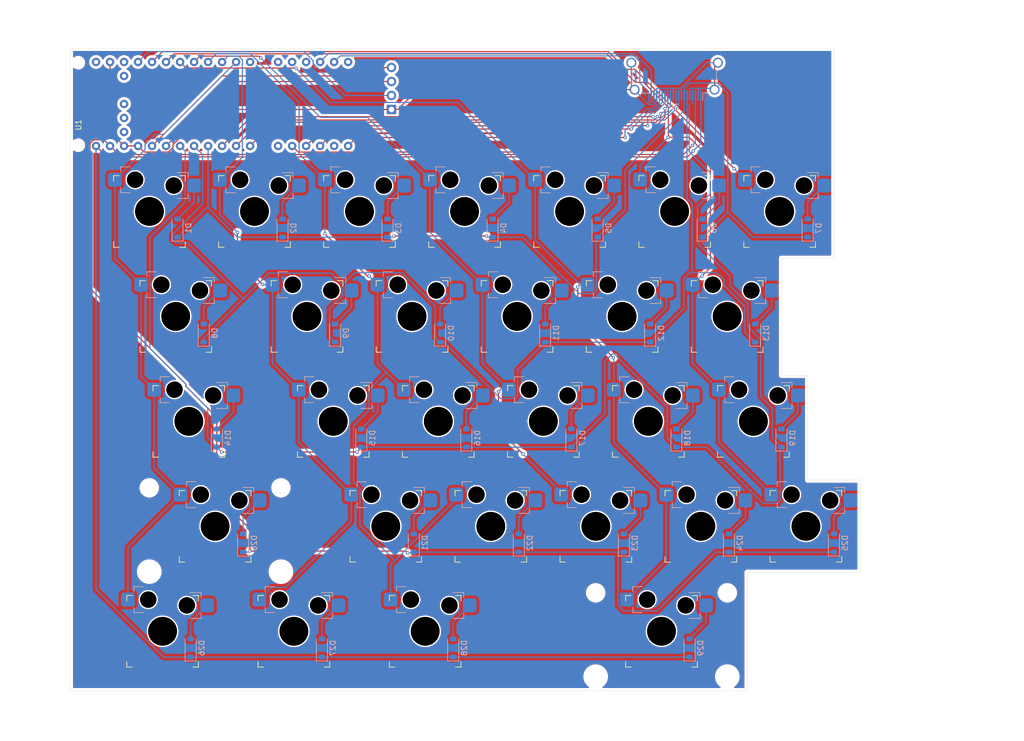
<source format=kicad_pcb>
(kicad_pcb (version 20240108) (generator "pcbnew") (generator_version "8.0")
  (layers (0 "F.Cu" signal) (31 "B.Cu" signal) (34 "B.Paste" user) (35 "F.Paste" user) (36 "B.SilkS" user "B.Silkscreen") (37 "F.SilkS" user "F.Silkscreen") (38 "B.Mask" user) (39 "F.Mask" user) (44 "Edge.Cuts" user))
  (net 0 "")
  (net 1 "ROW0")
  (net 2 "Net-(D1-A)")
  (net 3 "Net-(D2-A)")
  (net 4 "Net-(D3-A)")
  (net 5 "Net-(D4-A)")
  (net 6 "Net-(D5-A)")
  (net 7 "Net-(D6-A)")
  (net 8 "Net-(D7-A)")
  (net 9 "Net-(D8-A)")
  (net 10 "ROW1")
  (net 11 "Net-(D9-A)")
  (net 12 "Net-(D10-A)")
  (net 13 "Net-(D11-A)")
  (net 14 "Net-(D12-A)")
  (net 15 "Net-(D13-A)")
  (net 16 "ROW2")
  (net 17 "Net-(D14-A)")
  (net 18 "Net-(D15-A)")
  (net 19 "Net-(D16-A)")
  (net 20 "Net-(D17-A)")
  (net 21 "Net-(D18-A)")
  (net 22 "Net-(D19-A)")
  (net 23 "ROW3")
  (net 24 "Net-(D20-A)")
  (net 25 "Net-(D21-A)")
  (net 26 "Net-(D22-A)")
  (net 27 "Net-(D23-A)")
  (net 28 "Net-(D24-A)")
  (net 29 "Net-(D25-A)")
  (net 30 "Net-(D26-A)")
  (net 31 "ROW4")
  (net 32 "Net-(D27-A)")
  (net 33 "Net-(D28-A)")
  (net 34 "Net-(D29-A)")
  (net 35 "GND")
  (net 36 "COL14")
  (net 37 "COL8")
  (net 38 "COL11")
  (net 39 "COL15")
  (net 40 "COL7")
  (net 41 "COL10")
  (net 42 "COL12")
  (net 43 "COL13")
  (net 44 "COL9")
  (net 45 "COL0")
  (net 46 "COL1")
  (net 47 "COL2")
  (net 48 "COL3")
  (net 49 "COL4")
  (net 50 "COL5")
  (net 51 "COL6")
  (net 60 "VCC")
  (net 62 "SCL")
  (net 63 "SDA")
  (footprint "key-switches:SW_Gateron_LowProfile_HotSwap_Good" (layer "F.Cu") (at 117.045 92.575)
    (property "Reference" "SW16" (hide yes))
    (property "Value" "Key_S" (hide yes))
  )
  (footprint "key-switches:SW_Gateron_LowProfile_HotSwap_Good" (layer "F.Cu") (at 97.995 92.575)
    (property "Reference" "SW15" (hide yes))
    (property "Value" "Key_A" (hide yes))
  )
  (footprint "key-switches:SW_Gateron_LowProfile_HotSwap_Good" (layer "F.Cu") (at 93.2325 73.525)
    (property "Reference" "SW9" (hide yes))
    (property "Value" "Key_Q" (hide yes))
  )
  (footprint "key-switches:SW_Gateron_LowProfile_HotSwap_Good" (layer "F.Cu") (at 150.3825 73.525)
    (property "Reference" "SW12" (hide yes))
    (property "Value" "Key_R" (hide yes))
  )
  (footprint "key-switches:SW_Gateron_LowProfile_HotSwap_Good" (layer "F.Cu") (at 64.6575 54.475)
    (property "Reference" "SW1" (hide yes))
    (property "Value" "Key_Esc" (hide yes))
  )
  (footprint "key-switches:SW_Gateron_LowProfile_HotSwap_Good" (layer "F.Cu") (at 121.8075 54.475)
    (property "Reference" "SW4" (hide yes))
    (property "Value" "Key_3" (hide yes))
  )
  (footprint "key-switches:SW_Gateron_LowProfile_HotSwap_Good" (layer "F.Cu") (at 164.67 111.625)
    (property "Reference" "SW24" (hide yes))
    (property "Value" "Key_V" (hide yes))
  )
  (footprint "key-switches:SW_Gateron_LowProfile_HotSwap_Good" (layer "F.Cu") (at 126.57 111.625)
    (property "Reference" "SW22" (hide yes))
    (property "Value" "Key_X" (hide yes))
  )
  (footprint "key-switches:SW_Gateron_LowProfile_HotSwap_Good" (layer "F.Cu") (at 140.8575 54.475)
    (property "Reference" "SW5" (hide yes))
    (property "Value" "Key_4" (hide yes))
  )
  (footprint "key-switches:SW_Gateron_LowProfile_HotSwap_Good" (layer "F.Cu") (at 67.0388 130.675)
    (property "Reference" "SW26" (hide yes))
    (property "Value" "Key_Ctrl" (hide yes))
  )
  (footprint "key-switches:SW_Gateron_LowProfile_HotSwap_Good" (layer "F.Cu") (at 114.6638 130.675)
    (property "Reference" "SW28" (hide yes))
    (property "Value" "Key_Alt" (hide yes))
  )
  (footprint "Bonsai_C4:Bonsai_C4_extended" (layer "F.Cu") (at 54.97 42.59 90)
    (property "Reference" "U1")
    (property "Value" "Bonsai-C4-extended")
  )
  (footprint "ScottoKeebs_Components:OLED_128x32" (layer "F.Cu") (at 106.95 26.17)
    (property "Reference" "J3" (hide yes))
    (property "Value" "OLED_128x32")
  )
  (footprint "key-switches:SW_Gateron_LowProfile_HotSwap_Good" (layer "F.Cu") (at 169.4325 73.525)
    (property "Reference" "SW13" (hide yes))
    (property "Value" "Key_T" (hide yes))
  )
  (footprint "key-switches:SW_Gateron_LowProfile_HotSwap_Good" (layer "F.Cu") (at 71.8013 92.575)
    (property "Reference" "SW14" (hide yes))
    (property "Value" "Key_Caps" (hide yes))
  )
  (footprint "key-switches:SW_Gateron_LowProfile_HotSwap_Good" (layer "F.Cu") (at 69.42 73.525)
    (property "Reference" "SW8" (hide yes))
    (property "Value" "Key_Tab" (hide yes))
  )
  (footprint "key-switches:SW_Gateron_LowProfile_HotSwap_Good" (layer "F.Cu") (at 174.195 92.575)
    (property "Reference" "SW19" (hide yes))
    (property "Value" "Key_G" (hide yes))
  )
  (footprint "key-switches:SW_Gateron_LowProfile_HotSwap_Good" (layer "F.Cu") (at 107.52 111.625)
    (property "Reference" "SW21" (hide yes))
    (property "Value" "Key_Z" (hide yes))
  )
  (footprint "key-switches:SW_Gateron_LowProfile_HotSwap_Good" (layer "F.Cu") (at 155.145 92.575)
    (property "Reference" "SW18" (hide yes))
    (property "Value" "Key_F" (hide yes))
  )
  (footprint "key-switches:SW_Gateron_LowProfile_HotSwap_Good" (layer "F.Cu") (at 136.095 92.575)
    (property "Reference" "SW17" (hide yes))
    (property "Value" "Key_D" (hide yes))
  )
  (footprint "key-switches:SW_Gateron_LowProfile_HotSwap_Good" (layer "F.Cu") (at 159.9075 54.475)
    (property "Reference" "SW6" (hide yes))
    (property "Value" "Key_5" (hide yes))
  )
  (footprint "key-switches:SW_Gateron_LowProfile_HotSwap_Good" (layer "F.Cu") (at 102.7575 54.475)
    (property "Reference" "SW3" (hide yes))
    (property "Value" "Key_2" (hide yes))
  )
  (footprint "key-switches:SW_Gateron_LowProfile_HotSwap_Good" (layer "F.Cu") (at 83.7075 54.475)
    (property "Reference" "SW2" (hide yes))
    (property "Value" "Key_1" (hide yes))
  )
  (footprint "PCM_Mounting_Keyboard_Stabilizer_1:Stabilizer_Cherry_MX_2.00u" (layer "F.Cu") (at 76.5638 111.625)
    (property "Reference" "ST20" (hide yes))
    (property "Value" "Stabilizer_Cherry_MX_2.00u")
  )
  (footprint "key-switches:SW_Gateron_LowProfile_HotSwap_Good" (layer "F.Cu") (at 131.3325 73.525)
    (property "Reference" "SW11" (hide yes))
    (property "Value" "Key_E" (hide yes))
  )
  (footprint "key-switches:SW_Gateron_LowProfile_HotSwap_Good" (layer "F.Cu") (at 90.8513 130.675)
    (property "Reference" "SW27" (hide yes))
    (property "Value" "Key_Win" (hide yes))
  )
  (footprint "key-switches:SW_Gateron_LowProfile_HotSwap_Good" (layer "F.Cu") (at 183.72 111.625)
    (property "Reference" "SW25" (hide yes))
    (property "Value" "Key_B" (hide yes))
  )
  (footprint "key-switches:SW_Gateron_LowProfile_HotSwap_Good" (layer "F.Cu") (at 178.9575 54.475)
    (property "Reference" "SW7" (hide yes))
    (property "Value" "Key_6" (hide yes))
  )
  (footprint "key-switches:SW_Gateron_LowProfile_HotSwap_Good" (layer "F.Cu") (at 145.62 111.625)
    (property "Reference" "SW23" (hide yes))
    (property "Value" "Key_C" (hide yes))
  )
  (footprint "PCM_Mounting_Keyboard_Stabilizer_1:Stabilizer_Cherry_MX_2.00u" (layer "F.Cu") (at 157.5263 130.675)
    (property "Reference" "ST29" (hide yes))
    (property "Value" "Stabilizer_Cherry_MX_2.00u")
  )
  (footprint "key-switches:SW_Gateron_LowProfile_HotSwap_Good" (layer "F.Cu") (at 157.5263 130.675)
    (property "Reference" "SW29" (hide yes))
    (property "Value" "Key_Space" (hide yes))
  )
  (footprint "key-switches:SW_Gateron_LowProfile_HotSwap_Good" (layer "F.Cu") (at 76.5638 111.625)
    (property "Reference" "SW20" (hide yes))
    (property "Value" "Key_Shift" (hide yes))
  )
  (footprint "key-switches:SW_Gateron_LowProfile_HotSwap_Good" (layer "F.Cu") (at 112.2825 73.525)
    (property "Reference" "SW10" (hide yes))
    (property "Value" "Key_W" (hide yes))
  )
  (footprint "Diode_SMD:D_SOD-123" (layer "B.Cu") (at 119.7438 133.705 90)
    (property "Reference" "D28")
    (property "Value" "~")
  )
  (footprint "Diode_SMD:D_SOD-123" (layer "B.Cu") (at 179.275 95.605 90)
    (property "Reference" "D19")
    (property "Value" "~")
  )
  (footprint "Diode_SMD:D_SOD-123" (layer "B.Cu") (at 122.125 95.605 90)
    (property "Reference" "D16")
    (property "Value" "~")
  )
  (footprint "Diode_SMD:D_SOD-123" (layer "B.Cu") (at 141.175 95.605 90)
    (property "Reference" "D17")
    (property "Value" "~")
  )
  (footprint "Diode_SMD:D_SOD-123" (layer "B.Cu") (at 88.7875 57.505 90)
    (property "Reference" "D2")
    (property "Value" "~")
  )
  (footprint "Diode_SMD:D_SOD-123" (layer "B.Cu") (at 107.8375 57.505 90)
    (property "Reference" "D3")
    (property "Value" "~")
  )
  (footprint "Diode_SMD:D_SOD-123" (layer "B.Cu") (at 131.65 114.655 90)
    (property "Reference" "D22")
    (property "Value" "~")
  )
  (footprint "Diode_SMD:D_SOD-123" (layer "B.Cu") (at 76.8813 95.605 90)
    (property "Reference" "D14")
    (property "Value" "~")
  )
  (footprint "Diode_SMD:D_SOD-123" (layer "B.Cu") (at 74.5 76.555 90)
    (property "Reference" "D8")
    (property "Value" "~")
  )
  (footprint "Diode_SMD:D_SOD-123" (layer "B.Cu") (at 164.9875 57.505 90)
    (property "Reference" "D6")
    (property "Value" "~")
  )
  (footprint "Diode_SMD:D_SOD-123" (layer "B.Cu") (at 112.6 114.655 90)
    (property "Reference" "D21")
    (property "Value" "~")
  )
  (footprint "Diode_SMD:D_SOD-123" (layer "B.Cu") (at 95.9313 133.705 90)
    (property "Reference" "D27")
    (property "Value" "~")
  )
  (footprint "Diode_SMD:D_SOD-123" (layer "B.Cu") (at 160.225 95.605 90)
    (property "Reference" "D18")
    (property "Value" "~")
  )
  (footprint "Diode_SMD:D_SOD-123" (layer "B.Cu") (at 103.075 95.605 90)
    (property "Reference" "D15")
    (property "Value" "~")
  )
  (footprint "Diode_SMD:D_SOD-123" (layer "B.Cu") (at 81.6438 114.655 90)
    (property "Reference" "D20")
    (property "Value" "~")
  )
  (footprint "Diode_SMD:D_SOD-123" (layer "B.Cu") (at 162.6063 133.705 90)
    (property "Reference" "D29")
    (property "Value" "~")
  )
  (footprint "Diode_SMD:D_SOD-123" (layer "B.Cu") (at 117.3625 76.555 90)
    (property "Reference" "D10")
    (property "Value" "~")
  )
  (footprint "Diode_SMD:D_SOD-123" (layer "B.Cu") (at 174.5125 76.555 90)
    (property "Reference" "D13")
    (property "Value" "~")
  )
  (footprint "Diode_SMD:D_SOD-123" (layer "B.Cu") (at 126.8875 57.505 90)
    (property "Reference" "D4")
    (property "Value" "~")
  )
  (footprint "Diode_SMD:D_SOD-123" (layer "B.Cu") (at 136.4125 76.555 90)
    (property "Reference" "D11")
    (property "Value" "~")
  )
  (footprint "Diode_SMD:D_SOD-123" (layer "B.Cu") (at 184.0375 57.505 90)
    (property "Reference" "D7")
    (property "Value" "~")
  )
  (footprint "Connector_Video:HDMI_A_Amphenol_10029449-x01xLF_Horizontal" (layer "B.Cu") (at 159.9075 28.375)
    (property "Reference" "J2")
    (property "Value" "HDMI_A")
  )
  (footprint "Diode_SMD:D_SOD-123" (layer "B.Cu") (at 155.4625 76.555 90)
    (property "Reference" "D12")
    (property "Value" "~")
  )
  (footprint "Diode_SMD:D_SOD-123" (layer "B.Cu") (at 72.1188 133.705 90)
    (property "Reference" "D26")
    (property "Value" "~")
  )
  (footprint "Diode_SMD:D_SOD-123" (layer "B.Cu") (at 69.7375 57.505 90)
    (property "Reference" "D1")
    (property "Value" "~")
  )
  (footprint "Diode_SMD:D_SOD-123" (layer "B.Cu") (at 188.8 114.655 90)
    (property "Reference" "D25")
    (property "Value" "~")
  )
  (footprint "Diode_SMD:D_SOD-123" (layer "B.Cu") (at 150.7 114.655 90)
    (property "Reference" "D23")
    (property "Value" "~")
  )
  (footprint "Diode_SMD:D_SOD-123" (layer "B.Cu") (at 145.9375 57.505 90)
    (property "Reference" "D5")
    (property "Value" "~")
  )
  (footprint "Diode_SMD:D_SOD-123" (layer "B.Cu") (at 98.3125 76.555 90)
    (property "Reference" "D9")
    (property "Value" "~")
  )
  (footprint "Diode_SMD:D_SOD-123" (layer "B.Cu") (at 169.75 114.655 90)
    (property "Reference" "D24")
    (property "Value" "~")
  )
  (gr_line (start 193.55 103.225) (end 193.55 119.975) (stroke (width 0.05)) (layer "Edge.Cuts"))
  (gr_line (start 173.05 141.475) (end 50.3 141.475) (stroke (width 0.05)) (layer "Edge.Cuts"))
  (gr_line (start 50.3 141.475) (end 50.3 24.85) (stroke (width 0.05)) (layer "Edge.Cuts"))
  (gr_line (start 188.8 49.475) (end 188.8 24.85) (stroke (width 0.05)) (layer "Edge.Cuts"))
  (gr_line (start 173.05 119.975) (end 173.05 141.475) (stroke (width 0.05)) (layer "Edge.Cuts"))
  (gr_line (start 179.3 67.975) (end 179.3 62.975) (stroke (width 0.05)) (layer "Edge.Cuts"))
  (gr_line (start 179.3 67.975) (end 179.3 84.225) (stroke (width 0.05)) (layer "Edge.Cuts"))
  (gr_line (start 193.55 119.975) (end 173.05 119.975) (stroke (width 0.05)) (layer "Edge.Cuts"))
  (gr_line (start 50.3 24.85) (end 188.8 24.85) (stroke (width 0.05)) (layer "Edge.Cuts"))
  (gr_line (start 179.3 84.225) (end 184.05 84.225) (stroke (width 0.05)) (layer "Edge.Cuts"))
  (gr_line (start 188.8 62.975) (end 179.3 62.975) (stroke (width 0.05)) (layer "Edge.Cuts"))
  (gr_line (start 184.05 103.225) (end 193.55 103.225) (stroke (width 0.05)) (layer "Edge.Cuts"))
  (gr_line (start 188.8 49.475) (end 188.8 62.975) (stroke (width 0.05)) (layer "Edge.Cuts"))
  (gr_line (start 184.05 84.225) (end 184.05 103.225) (stroke (width 0.05)) (layer "Edge.Cuts"))
  (segment (start 108.9974 58.9249) (end 125.7681 58.9249) (width 0.2) (layer "F.Cu") (net 1))
  (via (at 108.9974 58.9249) (size 0.6) (drill 0.3) (layers "F.Cu" "B.Cu") (net 1))
  (via (at 125.7681 58.9249) (size 0.6) (drill 0.3) (layers "F.Cu" "B.Cu") (net 1))
  (segment (start 75.29 53.8037) (end 75.0888 53.8037) (width 0.2) (layer "B.Cu") (net 1))
  (segment (start 125.9982 59.155) (end 125.7681 58.9249) (width 0.2) (layer "B.Cu") (net 1))
  (segment (start 132.399 59.155) (end 142.6202 69.3762) (width 0.2) (layer "B.Cu") (net 1))
  (segment (start 167.6715 31.1652) (end 169.5531 33.0468) (width 0.2) (layer "B.Cu") (net 1))
  (segment (start 174.1187 59.155) (end 169.5531 54.5894) (width 0.2) (layer "B.Cu") (net 1))
  (segment (start 142.6202 69.3762) (end 145.1751 69.3762) (width 0.2) (layer "B.Cu") (net 1))
  (segment (start 126.8875 59.155) (end 132.399 59.155) (width 0.2) (layer "B.Cu") (net 1))
  (segment (start 126.8875 59.155) (end 125.9982 59.155) (width 0.2) (layer "B.Cu") (net 1))
  (segment (start 145.9375 59.155) (end 150.9289 54.1636) (width 0.2) (layer "B.Cu") (net 1))
  (segment (start 108.7673 59.155) (end 108.9974 58.9249) (width 0.2) (layer "B.Cu") (net 1))
  (segment (start 107.8375 59.155) (end 108.7673 59.155) (width 0.2) (layer "B.Cu") (net 1))
  (segment (start 161.6575 32.1233) (end 162.6156 31.1652) (width 0.2) (layer "B.Cu") (net 1))
  (segment (start 75.29 42.59) (end 75.29 53.8037) (width 0.2) (layer "B.Cu") (net 1))
  (segment (start 169.5531 54.5894) (end 164.9875 59.155) (width 0.2) (layer "B.Cu") (net 1))
  (segment (start 162.6156 31.1652) (end 167.6715 31.1652) (width 0.2) (layer "B.Cu") (net 1))
  (segment (start 184.0375 59.155) (end 174.1187 59.155) (width 0.2) (layer "B.Cu") (net 1))
  (segment (start 75.0888 53.8037) (end 69.7375 59.155) (width 0.2) (layer "B.Cu") (net 1))
  (segment (start 75.29 53.8037) (end 80.6413 59.155) (width 0.2) (layer "B.Cu") (net 1))
  (segment (start 145.6961 68.8552) (end 145.6961 59.3964) (width 0.2) (layer "B.Cu") (net 1))
  (segment (start 169.5531 33.0468) (end 169.5531 54.5894) (width 0.2) (layer "B.Cu") (net 1))
  (segment (start 161.6575 36.1404) (end 161.6575 33.375) (width 0.2) (layer "B.Cu") (net 1))
  (segment (start 88.7875 59.155) (end 107.8375 59.155) (width 0.2) (layer "B.Cu") (net 1))
  (segment (start 145.6961 59.3964) (end 145.9375 59.155) (width 0.2) (layer "B.Cu") (net 1))
  (segment (start 161.6575 33.375) (end 161.6575 32.1233) (width 0.2) (layer "B.Cu") (net 1))
  (segment (start 150.9289 54.1636) (end 150.9289 46.869) (width 0.2) (layer "B.Cu") (net 1))
  (segment (start 80.6413 59.155) (end 88.7875 59.155) (width 0.2) (layer "B.Cu") (net 1))
  (segment (start 150.9289 46.869) (end 161.6575 36.1404) (width 0.2) (layer "B.Cu") (net 1))
  (segment (start 145.1751 69.3762) (end 145.6961 68.8552) (width 0.2) (layer "B.Cu") (net 1))
  (segment (start 72.7325 52.86) (end 69.7375 55.855) (width 0.2) (layer "B.Cu") (net 2))
  (segment (start 72.7325 49.775) (end 72.7325 52.86) (width 0.2) (layer "B.Cu") (net 2))
  (segment (start 88.7875 52.77) (end 91.7825 49.775) (width 0.2) (layer "B.Cu") (net 3))
  (segment (start 88.7875 55.855) (end 88.7875 52.77) (width 0.2) (layer "B.Cu") (net 3))
  (segment (start 107.8375 52.77) (end 110.8325 49.775) (width 0.2) (layer "B.Cu") (net 4))
  (segment (start 107.8375 55.855) (end 107.8375 52.77) (width 0.2) (layer "B.Cu") (net 4))
  (segment (start 129.8825 52.86) (end 129.8825 49.775) (width 0.2) (layer "B.Cu") (net 5))
  (segment (start 126.8875 55.855) (end 129.8825 52.86) (width 0.2) (layer "B.Cu") (net 5))
  (segment (start 148.9325 49.775) (end 148.9325 52.86) (width 0.2) (layer "B.Cu") (net 6))
  (segment (start 148.9325 52.86) (end 145.9375 55.855) (width 0.2) (layer "B.Cu") (net 6))
  (segment (start 167.9825 52.86) (end 167.9825 49.775) (width 0.2) (layer "B.Cu") (net 7))
  (segment (start 164.9875 55.855) (end 167.9825 52.86) (width 0.2) (layer "B.Cu") (net 7))
  (segment (start 184.0375 55.855) (end 184.0375 52.77) (width 0.2) (layer "B.Cu") (net 8))
  (segment (start 184.0375 52.77) (end 187.0325 49.775) (width 0.2) (layer "B.Cu") (net 8))
  (segment (start 74.5 71.82) (end 77.495 68.825) (width 0.2) (layer "B.Cu") (net 9))
  (segment (start 74.5 74.905) (end 74.5 71.82) (width 0.2) (layer "B.Cu") (net 9))
  (segment (start 101.8591 65.606) (end 99.7191 67.746) (width 0.2) (layer "B.Cu") (net 10))
  (segment (start 161.5873 72.0802) (end 161.5873 66.661) (width 0.2) (layer "B.Cu") (net 10))
  (segment (start 74.2904 53.1523) (end 74.2904 44.1304) (width 0.2) (layer "B.Cu") (net 10))
  (segment (start 110.4703 65.606) (end 101.8591 65.606) (width 0.2) (layer "B.Cu") (net 10))
  (segment (start 168.8842 67.935) (end 168.8842 66.9209) (width 0.2) (layer "B.Cu") (net 10))
  (segment (start 131.4327 83.1848) (end 131.4327 87.9079) (width 0.2) (layer "B.Cu") (net 10))
  (segment (start 81.6888 70.3033) (end 71.5945 60.2091) (width 0.2) (layer "B.Cu") (net 10))
  (segment (start 99.7191 69.6887) (end 97.3583 72.0495) (width 0.2) (layer "B.Cu") (net 10))
  (segment (start 162.1488 34.6354) (end 162.1488 52.09) (width 0.2) (layer "B.Cu") (net 10))
  (segment (start 161.5873 66.661) (end 162.6667 65.5816) (width 0.2) (layer "B.Cu") (net 10))
  (segment (start 118.1115 78.205) (end 117.3625 78.205) (width 0.2) (layer "B.Cu") (net 10))
  (segment (start 81.6888 70.3033) (end 74.5 77.4921) (width 0.2) (layer "B.Cu") (net 10))
  (segment (start 71.5945 60.2091) (end 69.4257 60.2091) (width 0.2) (layer "B.Cu") (net 10))
  (segment (start 162.1575 34.6267) (end 162.1488 34.6354) (width 0.2) (layer "B.Cu") (net 10))
  (segment (start 68.8037 59.5871) (end 68.8037 58.639) (width 0.2) (layer "B.Cu") (net 10))
  (segment (start 117.3625 78.205) (end 116.4599 77.3024) (width 0.2) (layer "B.Cu") (net 10))
  (segment (start 162.6667 65.5816) (end 163.0897 65.5816) (width 0.2) (layer "B.Cu") (net 10))
  (segment (start 97.3583 72.0495) (end 97.3583 77.2508) (width 0.2) (layer "B.Cu") (net 10))
  (segment (start 128.3143 88.4078) (end 118.1115 78.205) (width 0.2) (layer "B.Cu") (net 10))
  (segment (start 172.6277 71.6785) (end 168.8842 67.935) (width 0.2) (layer "B.Cu") (net 10))
  (segment (start 155.4625 78.205) (end 161.5873 72.0802) (width 0.2) (layer "B.Cu") (net 10))
  (segment (start 68.8037 58.639) (end 74.2904 53.1523) (width 0.2) (layer "B.Cu") (net 10))
  (segment (start 69.4257 60.2091) (end 68.8037 59.5871) (width 0.2) (layer "B.Cu") (net 10))
  (segment (start 163.0897 53.0309) (end 163.0897 65.5816) (width 0.2) (layer "B.Cu") (net 10))
  (segment (start 99.7191 67.746) (end 99.7191 69.6887) (width 0.2) (layer "B.Cu") (net 10))
  (segment (start 174.5125 78.205) (end 172.6277 76.3202) (width 0.2) (layer "B.Cu") (net 10))
  (segment (start 99.7191 67.746) (end 97.6433 65.6702) (width 0.2) (layer "B.Cu") (net 10))
  (segment (start 131.4327 87.9079) (end 130.9328 88.4078) (width 0.2) (layer "B.Cu") (net 10))
  (segment (start 168.8842 66.9209) (end 167.5449 65.5816) (width 0.2) (layer "B.Cu") (net 10))
  (segment (start 86.3219 65.6702) (end 81.6888 70.3033) (width 0.2) (layer "B.Cu") (net 10))
  (segment (start 97.6433 65.6702) (end 86.3219 65.6702) (width 0.2) (layer "B.Cu") (net 10))
  (segment (start 167.5449 65.5816) (end 163.0897 65.5816) (width 0.2) (layer "B.Cu") (net 10))
  (segment (start 136.4125 78.205) (end 131.4327 83.1848) (width 0.2) (layer "B.Cu") (net 10))
  (segment (start 136.4125 78.205) (end 155.4625 78.205) (width 0.2) (layer "B.Cu") (net 10))
  (segment (start 97.3583 77.2508) (end 98.3125 78.205) (width 0.2) (layer "B.Cu") (net 10))
  (segment (start 116.4599 71.5956) (end 110.4703 65.606) (width 0.2) (layer "B.Cu") (net 10))
  (segment (start 74.2904 44.1304) (end 72.75 42.59) (width 0.2) (layer "B.Cu") (net 10))
  (segment (start 162.1488 52.09) (end 163.0897 53.0309) (width 0.2) (layer "B.Cu") (net 10))
  (segment (start 162.1575 33.375) (end 162.1575 34.6267) (width 0.2) (layer "B.Cu") (net 10))
  (segment (start 74.5 77.4921) (end 74.5 78.205) (width 0.2) (layer "B.Cu") (net 10))
  (segment (start 116.4599 77.3024) (end 116.4599 71.5956) (width 0.2) (layer "B.Cu") (net 10))
  (segment (start 172.6277 76.3202) (end 172.6277 71.6785) (width 0.2) (layer "B.Cu") (net 10))
  (segment (start 130.9328 88.4078) (end 128.3143 88.4078) (width 0.2) (layer "B.Cu") (net 10))
  (segment (start 101.3075 71.91) (end 101.3075 68.825) (width 0.2) (layer "B.Cu") (net 11))
  (segment (start 98.3125 74.905) (end 101.3075 71.91) (width 0.2) (layer "B.Cu") (net 11))
  (segment (start 117.3625 71.82) (end 120.3575 68.825) (width 0.2) (layer "B.Cu") (net 12))
  (segment (start 117.3625 74.905) (end 117.3625 71.82) (width 0.2) (layer "B.Cu") (net 12))
  (segment (start 136.4125 74.905) (end 136.4125 71.82) (width 0.2) (layer "B.Cu") (net 13))
  (segment (start 136.4125 71.82) (end 139.4075 68.825) (width 0.2) (layer "B.Cu") (net 13))
  (segment (start 158.4575 68.825) (end 158.4575 71.91) (width 0.2) (layer "B.Cu") (net 14))
  (segment (start 158.4575 71.91) (end 155.4625 74.905) (width 0.2) (layer "B.Cu") (net 14))
  (segment (start 177.5075 71.91) (end 177.5075 68.825) (width 0.2) (layer "B.Cu") (net 15))
  (segment (start 174.5125 74.905) (end 177.5075 71.91) (width 0.2) (layer "B.Cu") (net 15))
  (segment (start 77.7651 98.1388) (end 102.3179 98.1388) (width 0.2) (layer "F.Cu") (net 16))
  (via (at 77.7651 98.1388) (size 0.6) (drill 0.3) (layers "F.Cu" "B.Cu") (net 16))
  (via (at 102.3179 98.1388) (size 0.6) (drill 0.3) (layers "F.Cu" "B.Cu") (net 16))
  (segment (start 160.225 97.255) (end 158.5683 95.5983) (width 0.2) (layer "B.Cu") (net 16))
  (segment (start 64.7363 59.1823) (end 64.7363 79.3093) (width 0.2) (layer "B.Cu") (net 16))
  (segment (start 166.394 51.2524) (end 164.0624 53.584) (width 0.2) (layer "B.Cu") (net 16))
  (segment (start 147.2549 91.1751) (end 141.175 97.255) (width 0.2) (layer "B.Cu") (net 16))
  (segment (start 75.2246 95.5983) (end 76.8813 97.255) (width 0.2) (layer "B.Cu") (net 16))
  (segment (start 162.5505 35.2337) (end 162.5505 43.6363) (width 0.2) (layer "B.Cu") (net 16))
  (segment (start 175.5127 77.7532) (end 175.5127 88.0677) (width 0.2) (layer "B.Cu") (net 16))
  (segment (start 169.956 66.1724) (end 169.956 67.9929) (width 0.2) (layer "B.Cu") (net 16))
  (segment (start 165.7365 97.255) (end 160.225 97.255) (width 0.2) (layer "B.Cu") (net 16))
  (segment (start 64.7363 79.3093) (end 71.253 85.826) (width 0.2) (layer "B.Cu") (net 16))
  (segment (start 163.1575 33.375) (end 163.1575 34.6267) (width 0.2) (layer "B.Cu") (net 16))
  (segment (start 71.1441 43.5241) (end 71.1441 52.7745) (width 0.2) (layer "B.Cu") (net 16))
  (segment (start 77.7651 98.1388) (end 76.8813 97.255) (width 0.2) (layer "B.Cu") (net 16))
  (segment (start 75.2246 90.1733) (end 75.2246 95.5983) (width 0.2) (layer "B.Cu") (net 16))
  (segment (start 173.1781 71.215) (end 173.1781 75.4186) (width 0.2) (layer "B.Cu") (net 16))
  (segment (start 122.125 97.255) (end 103.075 97.255) (width 0.2) (layer "B.Cu") (net 16))
  (segment (start 71.253 86.2017) (end 75.2246 90.1733) (width 0.2) (layer "B.Cu") (net 16))
  (segment (start 164.0624 53.584) (end 164.0624 60.2788) (width 0.2) (layer "B.Cu") (net 16))
  (segment (start 166.394 47.4798) (end 166.394 51.2524) (width 0.2) (layer "B.Cu") (net 16))
  (segment (start 164.0624 60.2788) (end 169.956 66.1724) (width 0.2) (layer "B.Cu") (net 16))
  (segment (start 147.2549 81.6331) (end 147.2549 91.1751) (width 0.2) (layer "B.Cu") (net 16))
  (segment (start 103.075 97.255) (end 103.075 97.3817) (width 0.2) (layer "B.Cu") (net 16))
  (segment (start 179.0334 97.4966) (end 179.0334 106.9746) (width 0.2) (layer "B.Cu") (net 16))
  (segment (start 122.125 97.255) (end 141.175 97.255) (width 0.2) (layer "B.Cu") (net 16))
  (segment (start 103.075 97.3817) (end 102.3179 98.1388) (width 0.2) (layer "B.Cu") (net 16))
  (segment (start 148.9808 80.3388) (end 148.5492 80.3388) (width 0.2) (layer "B.Cu") (net 16))
  (segment (start 162.5505 43.6363) (end 166.394 47.4798) (width 0.2) (layer "B.Cu") (net 16))
  (segment (start 178.5334 107.4746) (end 175.9561 107.4746) (width 0.2) (layer "B.Cu") (net 16))
  (segment (start 175.9561 107.4746) (end 165.7365 97.255) (width 0.2) (layer "B.Cu") (net 16))
  (segment (start 169.956 67.9929) (end 173.1781 71.215) (width 0.2) (layer "B.Cu") (net 16))
  (segment (start 148.5492 80.3388) (end 147.2549 81.6331) (width 0.2) (layer "B.Cu") (net 16))
  (segment (start 173.1781 75.4186) (end 175.5127 77.7532) (width 0.2) (layer "B.Cu") (net 16))
  (segment (start 71.253 85.826) (end 71.253 86.2017) (width 0.2) (layer "B.Cu") (net 16))
  (segment (start 175.5127 88.0677) (end 177.6183 90.1733) (width 0.2) (layer "B.Cu") (net 16))
  (segment (start 177.6183 90.1733) (end 177.6183 95.5983) (width 0.2) (layer "B.Cu") (net 16))
  (segment (start 177.6183 95.5983) (end 179.275 97.255) (width 0.2) (layer "B.Cu") (net 16))
  (segment (start 71.1441 52.7745) (end 64.7363 59.1823) (width 0.2) (layer "B.Cu") (net 16))
  (segment (start 158.5683 89.9263) (end 148.9808 80.3388) (width 0.2) (layer "B.Cu") (net 16))
  (segment (start 163.1575 34.6267) (end 162.5505 35.2337) (width 0.2) (layer "B.Cu") (net 16))
  (segment (start 158.5683 95.5983) (end 158.5683 89.9263) (width 0.2) (layer "B.Cu") (net 16))
  (segment (start 70.21 42.59) (end 71.1441 43.5241) (width 0.2) (layer "B.Cu") (net 16))
  (segment (start 179.0334 106.9746) (end 178.5334 107.4746) (width 0.2) (layer "B.Cu") (net 16))
  (segment (start 179.275 97.255) (end 179.0334 97.4966) (width 0.2) (layer "B.Cu") (net 16))
  (segment (start 76.8813 93.955) (end 79.8763 90.96) (width 0.2) (layer "B.Cu") (net 17))
  (segment (start 79.8763 90.96) (end 79.8763 87.875) (width 0.2) (layer "B.Cu") (net 17))
  (segment (start 106.07 90.96) (end 106.07 87.875) (width 0.2) (layer "B.Cu") (net 18))
  (segment (start 103.075 93.955) (end 106.07 90.96) (width 0.2) (layer "B.Cu") (net 18))
  (segment (start 122.125 93.955) (end 122.125 90.87) (width 0.2) (layer "B.Cu") (net 19))
  (segment (start 122.125 90.87) (end 125.12 87.875) (width 0.2) (layer "B.Cu") (net 19))
  (segment (start 141.175 93.955) (end 141.175 90.87) (width 0.2) (layer "B.Cu") (net 20))
  (segment (start 141.175 90.87) (end 144.17 87.875) (width 0.2) (layer "B.Cu") (net 20))
  (segment (start 163.22 90.96) (end 163.22 87.875) (width 0.2) (layer "B.Cu") (net 21))
  (segment (start 160.225 93.955) (end 163.22 90.96) (width 0.2) (layer "B.Cu") (net 21))
  (segment (start 182.27 90.96) (end 182.27 87.875) (width 0.2) (layer "B.Cu") (net 22))
  (segment (start 179.275 93.955) (end 182.27 90.96) (width 0.2) (layer "B.Cu") (net 22))
  (segment (start 111.4731 116.4481) (end 111.1353 116.1103) (width 0.2) (layer "F.Cu") (net 23))
  (segment (start 71.253 86.2017) (end 71.253 85.826) (width 0.2) (layer "F.Cu") (net 23))
  (segment (start 76.858 106.0942) (end 76.858 91.8067) (width 0.2) (layer "F.Cu") (net 23))
  (segment (start 76.858 91.8067) (end 71.253 86.2017) (width 0.2) (layer "F.Cu") (net 23))
  (segment (start 82.8608 116.1103) (end 82.8608 112.097) (width 0.2) (layer "F.Cu") (net 23))
  (segment (start 56.4024 41.4824) (end 57.51 42.59) (width 0.2) (layer "F.Cu") (net 23))
  (segment (start 71.253 85.826) (end 53.864 68.437) (width 0.2) (layer "F.Cu") (net 23))
  (segment (start 53.864 42.1659) (end 54.5475 41.4824) (width 0.2) (layer "F.Cu") (net 23))
  (segment (start 111.1353 116.1103) (end 82.8608 116.1103) (width 0.2) (layer "F.Cu") (net 23))
  (segment (start 82.8608 112.097) (end 76.858 106.0942) (width 0.2) (layer "F.Cu") (net 23))
  (segment (start 59.0621 44.1421) (end 57.51 42.59) (width 0.2) (layer "F.Cu") (net 23))
  (segment (start 53.864 68.437) (end 53.864 42.1659) (width 0.2) (layer "F.Cu") (net 23))
  (segment (start 161.4972 44.1421) (end 59.0621 44.1421) (width 0.2) (layer "F.Cu") (net 23))
  (segment (start 163.1522 42.4871) (end 161.4972 44.1421) (width 0.2) (layer "F.Cu") (net 23))
  (segment (start 54.5475 41.4824) (end 56.4024 41.4824) (width 0.2) (layer "F.Cu") (net 23))
  (via (at 163.1522 42.4871) (size 0.6) (drill 0.3) (layers "F.Cu" "B.Cu") (net 23))
  (via (at 111.4731 116.4481) (size 0.6) (drill 0.3) (layers "F.Cu" "B.Cu") (net 23))
  (via (at 82.8608 116.1103) (size 0.6) (drill 0.3) (layers "F.Cu" "B.Cu") (net 23))
  (segment (start 112.4569 116.4481) (end 111.4731 116.4481) (width 0.2) (layer "B.Cu") (net 23))
  (segment (start 163.6575 33.375) (end 163.6575 41.9818) (width 0.2) (layer "B.Cu") (net 23))
  (segment (start 163.6575 41.9818) (end 163.1522 42.4871) (width 0.2) (layer "B.Cu") (net 23))
  (segment (start 81.6438 116.305) (end 82.6661 116.305) (width 0.2) (layer "B.Cu") (net 23))
  (segment (start 188.8 116.305) (end 169.75 116.305) (width 0.2) (layer "B.Cu") (net 23))
  (segment (start 149.645 116.305) (end 150.7 116.305) (width 0.2) (layer "B.Cu") (net 23))
  (segment (start 112.6 116.305) (end 131.65 116.305) (width 0.2) (layer "B.Cu") (net 23))
  (segment (start 131.65 116.305) (end 149.645 116.305) (width 0.2) (layer "B.Cu") (net 23))
  (segment (start 112.6 116.305) (end 112.4569 116.4481) (width 0.2) (layer "B.Cu") (net 23))
  (segment (start 82.6661 116.305) (end 82.8608 116.1103) (width 0.2) (layer "B.Cu") (net 23))
  (segment (start 156.7343 126.9767) (end 150.6137 126.9767) (width 0.2) (layer "B.Cu") (net 23))
  (segment (start 150.6137 126.9767) (end 149.645 126.008) (width 0.2) (layer "B.Cu") (net 23))
  (segment (start 169.75 116.305) (end 167.406 116.305) (width 0.2) (layer "B.Cu") (net 23))
  (segment (start 167.406 116.305) (end 156.7343 126.9767) (width 0.2) (layer "B.Cu") (net 23))
  (segment (start 149.645 126.008) (end 149.645 116.305) (width 0.2) (layer "B.Cu") (net 23))
  (segment (start 81.6438 109.92) (end 84.6388 106.925) (width 0.2) (layer "B.Cu") (net 24))
  (segment (start 81.6438 113.005) (end 81.6438 109.92) (width 0.2) (layer "B.Cu") (net 24))
  (segment (start 112.6 109.92) (end 115.595 106.925) (width 0.2) (layer "B.Cu") (net 25))
  (segment (start 112.6 113.005) (end 112.6 109.92) (width 0.2) (layer "B.Cu") (net 25))
  (segment (start 131.65 113.005) (end 131.65 109.92) (width 0.2) (layer "B.Cu") (net 26))
  (segment (start 131.65 109.92) (end 134.645 106.925) (width 0.2) (layer "B.Cu") (net 26))
  (segment (start 153.695 110.01) (end 153.695 106.925) (width 0.2) (layer "B.Cu") (net 27))
  (segment (start 150.7 113.005) (end 153.695 110.01) (width 0.2) (layer "B.Cu") (net 27))
  (segment (start 172.745 110.01) (end 172.745 106.925) (width 0.2) (layer "B.Cu") (net 28))
  (segment (start 169.75 113.005) (end 172.745 110.01) (width 0.2) (layer "B.Cu") (net 28))
  (segment (start 188.8 113.005) (end 188.8 109.92) (width 0.2) (layer "B.Cu") (net 29))
  (segment (start 188.8 109.92) (end 191.795 106.925) (width 0.2) (layer "B.Cu") (net 29))
  (segment (start 72.1188 128.97) (end 75.1138 125.975) (width 0.2) (layer "B.Cu") (net 30))
  (segment (start 72.1188 132.055) (end 72.1188 128.97) (width 0.2) (layer "B.Cu") (net 30))
  (segment (start 56.9602 44.5802) (end 54.97 42.59) (width 0.2) (layer "F.Cu") (net 31))
  (segment (start 162.2136 44.5802) (end 56.9602 44.5802) (width 0.2) (layer "F.Cu") (net 31))
  (segment (start 163.2794 43.5144) (end 162.2136 44.5802) (width 0.2) (layer "F.Cu") (net 31))
  (via (at 163.2794 43.5144) (size 0.6) (drill 0.3) (layers "F.Cu" "B.Cu") (net 31))
  (segment (start 67.2233 135.355) (end 54.97 123.1017) (width 0.2) (layer "B.Cu") (net 31))
  (segment (start 119.7438 135.355) (end 162.6063 135.355) (width 0.2) (layer "B.Cu") (net 31))
  (segment (start 72.1188 135.355) (end 67.2233 135.355) (width 0.2) (layer "B.Cu") (net 31))
  (segment (start 54.97 123.1017) (end 54.97 42.59) (width 0.2) (layer "B.Cu") (net 31))
  (segment (start 72.1188 135.355) (end 95.9313 135.355) (width 0.2) (layer "B.Cu") (net 31))
  (segment (start 164.6575 33.375) (end 164.6575 42.1363) (width 0.2) (layer "B.Cu") (net 31))
  (segment (start 95.9313 135.355) (end 119.7438 135.355) (width 0.2) (layer "B.Cu") (net 31))
  (segment (start 164.6575 42.1363) (end 163.2794 43.5144) (width 0.2) (layer "B.Cu") (net 31))
  (segment (start 95.9313 128.97) (end 98.9263 125.975) (width 0.2) (layer "B.Cu") (net 32))
  (segment (start 95.9313 132.055) (end 95.9313 128.97) (width 0.2) (layer "B.Cu") (net 32))
  (segment (start 119.7438 132.055) (end 119.7438 128.97) (width 0.2) (layer "B.Cu") (net 33))
  (segment (start 119.7438 128.97) (end 122.7388 125.975) (width 0.2) (layer "B.Cu") (net 33))
  (segment (start 165.6013 129.06) (end 165.6013 125.975) (width 0.2) (layer "B.Cu") (net 34))
  (segment (start 162.6063 132.055) (end 165.6013 129.06) (width 0.2) (layer "B.Cu") (net 34))
  (segment (start 107.3983 35.97) (end 75.3121 35.97) (width 0.2) (layer "F.Cu") (net 35))
  (segment (start 62.59 42.59) (end 60.05 42.59) (width 0.2) (layer "F.Cu") (net 35))
  (segment (start 68.0837 43.6884) (end 63.6884 43.6884) (width 0.2) (layer "F.Cu") (net 35))
  (segment (start 167.1575 28.075) (end 167.1575 32.375) (width 0.2) (layer "F.Cu") (net 35))
  (segment (start 108.55 35.97) (end 109.7017 35.97) (width 0.2) (layer "F.Cu") (net 35))
  (segment (start 152.6575 32.375) (end 113.2967 32.375) (width 0.2) (layer "F.Cu") (net 35))
  (segment (start 113.2967 32.375) (end 109.7017 35.97) (width 0.2) (layer "F.Cu") (net 35))
  (segment (start 68.94 42.3421) (end 68.94 42.8321) (width 0.2) (layer "F.Cu") (net 35))
  (segment (start 63.6884 43.6884) (end 62.59 42.59) (width 0.2) (layer "F.Cu") (net 35))
  (segment (start 167.7575 27.475) (end 167.1575 28.075) (width 0.2) (layer "F.Cu") (net 35))
  (segment (start 60.05 42.59) (end 57.51 40.05) (width 0.2) (layer "F.Cu") (net 35))
  (segment (start 57.51 40.05) (end 57.51 27.35) (width 0.2) (layer "F.Cu") (net 35))
  (segment (start 68.94 42.8321) (end 68.0837 43.6884) (width 0.2) (layer "F.Cu") (net 35))
  (segment (start 75.3121 35.97) (end 68.94 42.3421) (width 0.2) (layer "F.Cu") (net 35))
  (segment (start 108.55 35.97) (end 107.3983 35.97) (width 0.2) (layer "F.Cu") (net 35))
  (segment (start 152.6575 32.375) (end 152.0575 31.775) (width 0.2) (layer "B.Cu") (net 35))
  (segment (start 159.6575 33.375) (end 159.6575 32.1248) (width 0.2) (layer "B.Cu") (net 35))
  (segment (start 156.6575 34.5225) (end 156.6575 33.375) (width 0.2) (layer "B.Cu") (net 35))
  (segment (start 161.1575 32.2241) (end 161.0567 32.1233) (width 0.2) (layer "B.Cu") (net 35))
  (segment (start 152.6575 32.375) (end 152.6575 32.4934) (width 0.2) (layer "B.Cu") (net 35))
  (segment (start 165.705 27.475) (end 161.0567 32.1233) (width 0.2) (layer "B.Cu") (net 35))
  (segment (start 162.6575 33.375) (end 162.6575 32.1233) (width 0.2) (layer "B.Cu") (net 35))
  (segment (start 156.6575 33.375) (end 156.6575 32.1233) (width 0.2) (layer "B.Cu") (net 35))
  (segment (start 161.0567 32.1233) (end 159.6575 32.1233) (width 0.2) (layer "B.Cu") (net 35))
  (segment (start 156.6575 32.1233) (end 159.656 32.1233) (width 0.2) (layer "B.Cu") (net 35))
  (segment (start 152.0575 31.775) (end 152.0575 27.475) (width 0.2) (layer "B.Cu") (net 35))
  (segment (start 162.6575 32.1233) (end 164.1575 32.1233) (width 0.2) (layer "B.Cu") (net 35))
  (segment (start 159.656 32.1233) (end 159.6575 32.1248) (width 0.2) (layer "B.Cu") (net 35))
  (segment (start 159.6575 32.1248) (end 159.6575 32.1233) (width 0.2) (layer "B.Cu") (net 35))
  (segment (start 167.1575 32.375) (end 166.9058 32.1233) (width 0.2) (layer "B.Cu") (net 35))
  (segment (start 164.1575 33.375) (end 164.1575 32.1233) (width 0.2) (layer "B.Cu") (net 35))
  (segment (start 167.7575 27.475) (end 165.705 27.475) (width 0.2) (layer "B.Cu") (net 35))
  (segment (start 152.6575 32.4934) (end 155.1971 35.033) (width 0.2) (layer "B.Cu") (net 35))
  (segment (start 156.147 35.033) (end 156.6575 34.5225) (width 0.2) (layer "B.Cu") (net 35))
  (segment (start 155.1971 35.033) (end 156.147 35.033) (width 0.2) (layer "B.Cu") (net 35))
  (segment (start 161.1575 33.375) (end 161.1575 32.2241) (width 0.2) (layer "B.Cu") (net 35))
  (segment (start 166.9058 32.1233) (end 164.1575 32.1233) (width 0.2) (layer "B.Cu") (net 35))
  (segment (start 80.37 42.59) (end 85.0812 37.8788) (width 0.2) (layer "F.Cu") (net 36))
  (segment (start 156.231 37.8788) (end 156.7835 37.3263) (width 0.2) (layer "F.Cu") (net 36))
  (segment (start 156.7835 37.3263) (end 156.7835 37.2885) (width 0.2) (layer "F.Cu") (net 36))
  (segment (start 85.0812 37.8788) (end 156.231 37.8788) (width 0.2) (layer "F.Cu") (net 36))
  (via (at 156.7835 37.2885) (size 0.6) (drill 0.3) (layers "F.Cu" "B.Cu") (net 36))
  (segment (start 156.8799 37.3849) (end 156.7835 37.2885) (width 0.2) (layer "B.Cu") (net 36))
  (segment (start 160.1575 35.2506) (end 159.1765 36.2316) (width 0.2) (layer "B.Cu") (net 36))
  (segment (start 158.1784 36.8566) (end 157.6501 37.3849) (width 0.2) (layer "B.Cu") (net 36))
  (segment (start 158.5886 36.8566) (end 158.1784 36.8566) (width 0.2) (layer "B.Cu") (net 36))
  (segment (start 159.1765 36.2687) (end 158.5886 36.8566) (width 0.2) (layer "B.Cu") (net 36))
  (segment (start 159.1765 36.2316) (end 159.1765 36.2687) (width 0.2) (layer "B.Cu") (net 36))
  (segment (start 160.1575 33.375) (end 160.1575 35.2506) (width 0.2) (layer "B.Cu") (net 36))
  (segment (start 157.6501 37.3849) (end 156.8799 37.3849) (width 0.2) (layer "B.Cu") (net 36))
  (segment (start 153.5904 31.1162) (end 153.5904 27.2923) (width 0.2) (layer "B.Cu") (net 37))
  (segment (start 156.1575 34.4182) (end 155.949 34.6267) (width 0.2) (layer "B.Cu") (net 37))
  (segment (start 155.3825 34.6267) (end 155.2058 34.45) (width 0.2) (layer "B.Cu") (net 37))
  (segment (start 99.266 26.234) (end 98.15 27.35) (width 0.2) (layer "B.Cu") (net 37))
  (segment (start 152.5321 26.234) (end 99.266 26.234) (width 0.2) (layer "B.Cu") (net 37))
  (segment (start 155.2058 34.45) (end 155.2058 32.7316) (width 0.2) (layer "B.Cu") (net 37))
  (segment (start 153.5904 27.2923) (end 152.5321 26.234) (width 0.2) (layer "B.Cu") (net 37))
  (segment (start 156.1575 33.375) (end 156.1575 34.4182) (width 0.2) (layer "B.Cu") (net 37))
  (segment (start 155.2058 32.7316) (end 153.5904 31.1162) (width 0.2) (layer "B.Cu") (net 37))
  (segment (start 155.949 34.6267) (end 155.3825 34.6267) (width 0.2) (layer "B.Cu") (net 37))
  (segment (start 93.07 42.59) (end 96.7369 38.9231) (width 0.2) (layer "F.Cu") (net 38))
  (segment (start 96.7369 38.9231) (end 155.026 38.9231) (width 0.2) (layer "F.Cu") (net 38))
  (via (at 155.026 38.9231) (size 0.6) (drill 0.3) (layers "F.Cu" "B.Cu") (net 38))
  (segment (start 158.1575 34.7904) (end 158.1575 33.375) (width 0.2) (layer "B.Cu") (net 38))
  (segment (start 155.026 38.9231) (end 155.026 37.3598) (width 0.2) (layer "B.Cu") (net 38))
  (segment (start 155.7506 36.6352) (end 156.3127 36.6352) (width 0.2) (layer "B.Cu") (net 38))
  (segment (start 156.3127 36.6352) (end 158.1575 34.7904) (width 0.2) (layer "B.Cu") (net 38))
  (segment (start 155.026 37.3598) (end 155.7506 36.6352) (width 0.2) (layer "B.Cu") (net 38))
  (segment (start 77.83 42.59) (end 83.1429 37.2771) (width 0.2) (layer "F.Cu") (net 39))
  (segment (start 83.1429 37.2771) (end 155.9818 37.2771) (width 0.2) (layer "F.Cu") (net 39))
  (via (at 155.9818 37.2771) (size 0.6) (drill 0.3) (layers "F.Cu" "B.Cu") (net 39))
  (segment (start 160.6575 35.3557) (end 158.123 37.8902) (width 0.2) (layer "B.Cu") (net 39))
  (segment (start 160.6575 33.375) (end 160.6575 35.3557) (width 0.2) (layer "B.Cu") (net 39))
  (segment (start 156.5201 37.8902) (end 155.9818 37.3519) (width 0.2) (layer "B.Cu") (net 39))
  (segment (start 158.123 37.8902) (end 156.5201 37.8902) (width 0.2) (layer "B.Cu") (net 39))
  (segment (start 155.9818 37.3519) (end 155.9818 37.2771) (width 0.2) (layer "B.Cu") (net 39))
  (segment (start 97.1277 25.8323) (end 95.61 27.35) (width 0.2) (layer "B.Cu") (net 40))
  (segment (start 155.6575 28.7914) (end 152.6984 25.8323) (width 0.2) (layer "B.Cu") (net 40))
  (segment (start 155.6575 33.375) (end 155.6575 32.1233) (width 0.2) (layer "B.Cu") (net 40))
  (segment (start 152.6984 25.8323) (end 97.1277 25.8323) (width 0.2) (layer "B.Cu") (net 40))
  (segment (start 155.6575 32.1233) (end 155.6575 28.7914) (width 0.2) (layer "B.Cu") (net 40))
  (segment (start 95.61 42.59) (end 98.6751 39.5249) (width 0.2) (layer "F.Cu") (net 41))
  (segment (start 98.6751 39.5249) (end 152.0416 39.5249) (width 0.2) (layer "F.Cu") (net 41))
  (via (at 152.0416 39.5249) (size 0.6) (drill 0.3) (layers "F.Cu" "B.Cu") (net 41))
  (segment (start 157.6575 34.7205) (end 157.6575 33.375) (width 0.2) (layer "B.Cu") (net 41))
  (segment (start 152.0416 39.5249) (end 155.333 36.2335) (width 0.2) (layer "B.Cu") (net 41))
  (segment (start 155.333 36.2335) (end 156.1445 36.2335) (width 0.2) (layer "B.Cu") (net 41))
  (segment (start 156.1445 36.2335) (end 157.6575 34.7205) (width 0.2) (layer "B.Cu") (net 41))
  (segment (start 158.1425 35.8226) (end 158.1425 37.3485) (width 0.2) (layer "F.Cu") (net 42))
  (segment (start 91.6339 43.6939) (end 90.53 42.59) (width 0.2) (layer "F.Cu") (net 42))
  (segment (start 158.1425 37.3485) (end 151.7971 43.6939) (width 0.2) (layer "F.Cu") (net 42))
  (segment (start 151.7971 43.6939) (end 91.6339 43.6939) (width 0.2) (layer "F.Cu") (net 42))
  (via (at 158.1425 35.8226) (size 0.6) (drill 0.3) (layers "F.Cu" "B.Cu") (net 42))
  (segment (start 158.6575 35.3076) (end 158.1425 35.8226) (width 0.2) (layer "B.Cu") (net 42))
  (segment (start 158.6575 33.375) (end 158.6575 35.3076) (width 0.2) (layer "B.Cu") (net 42))
  (segment (start 157.0328 37.8902) (end 157.3853 37.5377) (width 0.2) (layer "F.Cu") (net 43))
  (segment (start 157.3853 37.5377) (end 157.3853 36.7562) (width 0.2) (layer "F.Cu") (net 43))
  (segment (start 82.91 42.59) (end 87.214 38.286) (width 0.2) (layer "F.Cu") (net 43))
  (segment (start 87.214 38.286) (end 156.5501 38.286) (width 0.2) (layer "F.Cu") (net 43))
  (segment (start 156.9459 37.8902) (end 157.0328 37.8902) (width 0.2) (layer "F.Cu") (net 43))
  (segment (start 156.5501 38.286) (end 156.9459 37.8902) (width 0.2) (layer "F.Cu") (net 43))
  (via (at 157.3853 36.7562) (size 0.6) (drill 0.3) (layers "F.Cu" "B.Cu") (net 43))
  (segment (start 159.1575 33.375) (end 159.1575 34.6267) (width 0.2) (layer "B.Cu") (net 43))
  (segment (start 157.6866 36.4549) (end 157.3853 36.7562) (width 0.2) (layer "B.Cu") (net 43))
  (segment (start 159.1575 34.6267) (end 159.1575 35.4199) (width 0.2) (layer "B.Cu") (net 43))
  (segment (start 159.1575 35.4199) (end 158.7748 35.8026) (width 0.2) (layer "B.Cu") (net 43))
  (segment (start 158.7748 36.1024) (end 158.4223 36.4549) (width 0.2) (layer "B.Cu") (net 43))
  (segment (start 158.7748 35.8026) (end 158.7748 36.1024) (width 0.2) (layer "B.Cu") (net 43))
  (segment (start 158.4223 36.4549) (end 157.6866 36.4549) (width 0.2) (layer "B.Cu") (net 43))
  (segment (start 102.2354 41.0446) (end 150.9169 41.0446) (width 0.2) (layer "F.Cu") (net 44))
  (segment (start 100.69 42.59) (end 102.2354 41.0446) (width 0.2) (layer "F.Cu") (net 44))
  (via (at 150.9169 41.0446) (size 0.6) (drill 0.3) (layers "F.Cu" "B.Cu") (net 44))
  (segment (start 150.9169 39.7869) (end 154.872 35.8318) (width 0.2) (layer "B.Cu") (net 44))
  (segment (start 150.9169 41.0446) (end 150.9169 39.7869) (width 0.2) (layer "B.Cu") (net 44))
  (segment (start 154.872 35.8318) (end 155.9524 35.8318) (width 0.2) (layer "B.Cu") (net 44))
  (segment (start 155.9524 35.8318) (end 157.1575 34.6267) (width 0.2) (layer "B.Cu") (net 44))
  (segment (start 157.1575 33.375) (end 157.1575 34.6267) (width 0.2) (layer "B.Cu") (net 44))
  (segment (start 80.37 27.35) (end 67.2451 40.4749) (width 0.2) (layer "B.Cu") (net 45))
  (segment (start 63.86 42.3264) (end 63.86 43.2475) (width 0.2) (layer "B.Cu") (net 45))
  (segment (start 63.86 43.2475) (end 58.3825 48.725) (width 0.2) (layer "B.Cu") (net 45))
  (segment (start 58.3825 48.725) (end 58.3825 63.0125) (width 0.2) (layer "B.Cu") (net 45))
  (segment (start 60.7638 124.925) (end 60.7638 115.4) (width 0.2) (layer "B.Cu") (net 45))
  (segment (start 65.5263 101.1125) (end 70.2888 105.875) (width 0.2) (layer "B.Cu") (net 45))
  (segment (start 65.5263 86.825) (end 65.5263 101.1125) (width 0.2) (layer "B.Cu") (net 45))
  (segment (start 58.3825 63.0125) (end 63.145 67.775) (width 0.2) (layer "B.Cu") (net 45))
  (segment (start 63.145 84.4437) (end 65.5263 86.825) (width 0.2) (layer "B.Cu") (net 45))
  (segment (start 60.7638 115.4) (end 70.2888 105.875) (width 0.2) (layer "B.Cu") (net 45))
  (segment (start 67.2451 40.4749) (end 65.7115 40.4749) (width 0.2) (layer "B.Cu") (net 45))
  (segment (start 63.145 67.775) (end 63.145 84.4437) (width 0.2) (layer "B.Cu") (net 45))
  (segment (start 65.7115 40.4749) (end 63.86 42.3264) (width 0.2) (layer "B.Cu") (net 45))
  (segment (start 80.614 58.2769) (end 80.614 63.1797) (width 0.2) (layer "F.Cu") (net 46))
  (segment (start 80.614 63.1797) (end 85.1609 67.7266) (width 0.2) (layer "F.Cu") (net 46))
  (via (at 80.614 58.2769) (size 0.6) (drill 0.3) (layers "F.Cu" "B.Cu") (net 46))
  (via (at 85.1609 67.7266) (size 0.6) (drill 0.3) (layers "F.Cu" "B.Cu") (net 46))
  (segment (start 86.9575 67.775) (end 86.9575 82.0625) (width 0.2) (layer "B.Cu") (net 46))
  (segment (start 85.2093 67.775) (end 85.1609 67.7266) (width 0.2) (layer "B.Cu") (net 46))
  (segment (start 86.8052 122.6961) (end 89.3258 122.6961) (width 0.2) (layer "B.Cu") (net 46))
  (segment (start 84.5763 124.925) (end 86.8052 122.6961) (width 0.2) (layer "B.Cu") (net 46))
  (segment (start 86.9575 67.775) (end 85.2093 67.775) (width 0.2) (layer "B.Cu") (net 46))
  (segment (start 91.72 86.825) (end 91.72 96.35) (width 0.2) (layer "B.Cu") (net 46))
  (segment (start 91.72 96.35) (end 101.245 105.875) (width 0.2) (layer "B.Cu") (net 46))
  (segment (start 101.245 110.7769) (end 101.245 105.875) (width 0.2) (layer "B.Cu") (net 46))
  (segment (start 81.5073 26.9702) (end 81.5073 44.6502) (width 0.2) (layer "B.Cu") (net 46))
  (segment (start 89.3258 122.6961) (end 101.245 110.7769) (width 0.2) (layer "B.Cu") (net 46))
  (segment (start 86.9575 82.0625) (end 91.72 86.825) (width 0.2) (layer "B.Cu") (net 46))
  (segment (start 77.83 27.35) (end 78.9113 26.2687) (width 0.2) (layer "B.Cu") (net 46))
  (segment (start 81.5073 44.6502) (end 77.4325 48.725) (width 0.2) (layer "B.Cu") (net 46))
  (segment (start 80.8058 26.2687) (end 81.5073 26.9702) (width 0.2) (layer "B.Cu") (net 46))
  (segment (start 77.4325 55.0954) (end 77.4325 48.725) (width 0.2) (layer "B.Cu") (net 46))
  (segment (start 78.9113 26.2687) (end 80.8058 26.2687) (width 0.2) (layer "B.Cu") (net 46))
  (segment (start 80.614 58.2769) (end 77.4325 55.0954) (width 0.2) (layer "B.Cu") (net 46))
  (segment (start 104.1562 66.2077) (end 96.4825 58.534) (width 0.2) (layer "F.Cu") (net 47))
  (segment (start 104.4988 66.2077) (end 104.1562 66.2077) (width 0.2) (layer "F.Cu") (net 47))
  (via (at 96.4825 58.534) (size 0.6) (drill 0.3) (layers "F.Cu" "B.Cu") (net 47))
  (via (at 104.4988 66.2077) (size 0.6) (drill 0.3) (layers "F.Cu" "B.Cu") (net 47))
  (segment (start 91.8 44.0425) (end 96.4825 48.725) (width 0.2) (layer "B.Cu") (net 47))
  (segment (start 102.8333 111.505) (end 109.1764 117.848) (width 0.2) (layer "B.Cu") (net 47))
  (segment (start 107.6119 83.6668) (end 110.77 86.825) (width 0.2) (layer "B.Cu") (net 47))
  (segment (start 76.7713 25.8687) (end 82.9624 25.8687) (width 0.2) (layer "B.Cu") (net 47))
  (segment (start 101.6671 93.3933) (end 101.6671 103.5683) (width 0.2) (layer "B.Cu") (net 47))
  (segment (start 82.9624 25.8687) (end 91.8 34.7063) (width 0.2) (layer "B.Cu") (net 47))
  (segment (start 106.0451 81.8918) (end 106.0451 82.1001) (width 0.2) (layer "B.Cu") (net 47))
  (segment (start 104.4816 90.5788) (end 101.6671 93.3933) (width 0.2) (layer "B.Cu") (net 47))
  (segment (start 120.295 106.7294) (end 120.295 105.875) (width 0.2) (layer "B.Cu") (net 47))
  (segment (start 106.0451 82.1001) (end 107.6119 83.6668) (width 0.2) (layer "B.Cu") (net 47))
  (segment (start 104.4816 86.7971) (end 104.4816 90.5788) (width 0.2) (layer "B.Cu") (net 47))
  (segment (start 109.1764 117.848) (end 120.295 106.7294) (width 0.2) (layer "B.Cu") (net 47))
  (segment (start 91.8 34.7063) (end 91.8 44.0425) (width 0.2) (layer "B.Cu") (net 47))
  (segment (start 101.6671 103.5683) (end 102.8333 104.7345) (width 0.2) (layer "B.Cu") (net 47))
  (segment (start 106.0075 67.7164) (end 106.0075 67.775) (width 0.2) (layer "B.Cu") (net 47))
  (segment (start 108.3888 124.925) (end 108.3888 118.6356) (width 0.2) (layer "B.Cu") (net 47))
  (segment (start 104.4988 66.2077) (end 106.0075 67.7164) (width 0.2) (layer "B.Cu") (net 47))
  (segment (start 102.8333 104.7345) (end 102.8333 111.505) (width 0.2) (layer "B.Cu") (net 47))
  (segment (start 106.0075 67.775) (end 106.0075 81.8542) (width 0.2) (layer "B.Cu") (net 47))
  (segment (start 108.3888 118.6356) (end 109.1764 117.848) (width 0.2) (layer "B.Cu") (net 47))
  (segment (start 96.4825 48.725) (end 96.4825 58.534) (width 0.2) (layer "B.Cu") (net 47))
  (segment (start 75.29 27.35) (end 76.7713 25.8687) (width 0.2) (layer "B.Cu") (net 47))
  (segment (start 106.0075 81.8542) (end 106.0451 81.8918) (width 0.2) (layer "B.Cu") (net 47))
  (segment (start 107.6119 83.6668) (end 104.4816 86.7971) (width 0.2) (layer "B.Cu") (net 47))
  (segment (start 127.9557 94.065) (end 127.9557 87.1891) (width 0.2) (layer "F.Cu") (net 48))
  (segment (start 84.5212 26.2863) (end 84.8349 26.6) (width 0.2) (layer "F.Cu") (net 48))
  (segment (start 72.75 27.35) (end 73.8137 26.2863) (width 0.2) (layer "F.Cu") (net 48))
  (segment (start 73.8137 26.2863) (end 84.5212 26.2863) (width 0.2) (layer "F.Cu") (net 48))
  (segment (start 132.3865 98.4958) (end 127.9557 94.065) (width 0.2) (layer "F.Cu") (net 48))
  (via (at 132.3865 98.4958) (size 0.6) (drill 0.3) (layers "F.Cu" "B.Cu") (net 48))
  (via (at 127.9557 87.1891) (size 0.6) (drill 0.3) (layers "F.Cu" "B.Cu") (net 48))
  (via (at 84.8349 26.6) (size 0.6) (drill 0.3) (layers "F.Cu" "B.Cu") (net 48))
  (segment (start 132.3865 98.4958) (end 139.345 105.4543) (width 0.2) (layer "B.Cu") (net 48))
  (segment (start 115.5325 58.25) (end 125.0575 67.775) (width 0.2) (layer "B.Cu") (net 48))
  (segment (start 139.345 105.4543) (end 139.345 105.875) (width 0.2) (layer "B.Cu") (net 48))
  (segment (start 129.0699 86.0749) (end 127.9557 87.1891) (width 0.2) (layer "B.Cu") (net 48))
  (segment (start 95.6382 37.4033) (end 104.2108 37.4033) (width 0.2) (layer "B.Cu") (net 48))
  (segment (start 125.0575 82.0625) (end 125.0575 67.775) (width 0.2) (layer "B.Cu") (net 48))
  (segment (start 115.5325 48.725) (end 115.5325 58.25) (width 0.2) (layer "B.Cu") (net 48))
  (segment (start 129.0699 86.0749) (end 125.0575 82.0625) (width 0.2) (layer "B.Cu") (net 48))
  (segment (start 104.2108 37.4033) (end 115.5325 48.725) (width 0.2) (layer "B.Cu") (net 48))
  (segment (start 129.82 86.825) (end 129.0699 86.0749) (width 0.2) (layer "B.Cu") (net 48))
  (segment (start 84.8349 26.6) (end 95.6382 37.4033) (width 0.2) (layer "B.Cu") (net 48))
  (segment (start 142.3381 74.5604) (end 142.3381 68.2167) (width 0.2) (layer "F.Cu") (net 49))
  (segment (start 71.309 28.449) (end 91.224 28.449) (width 0.2) (layer "F.Cu") (net 49))
  (segment (start 148.7849 81.0072) (end 142.3381 74.5604) (width 0.2) (layer "F.Cu") (net 49))
  (segment (start 70.21 27.35) (end 71.309 28.449) (width 0.2) (layer "F.Cu") (net 49))
  (via (at 148.7849 81.0072) (size 0.6) (drill 0.3) (layers "F.Cu" "B.Cu") (net 49))
  (via (at 91.224 28.449) (size 0.6) (drill 0.3) (layers "F.Cu" "B.Cu") (net 49))
  (via (at 142.3381 68.2167) (size 0.6) (drill 0.3) (layers "F.Cu" "B.Cu") (net 49))
  (segment (start 148.87 81.0923) (end 148.7849 81.0072) (width 0.2) (layer "B.Cu") (net 49))
  (segment (start 148.87 86.825) (end 148.87 96.35) (width 0.2) (layer "B.Cu") (net 49))
  (segment (start 158.395 117.7813) (end 158.395 105.875) (width 0.2) (layer "B.Cu") (net 49))
  (segment (start 148.87 96.35) (end 158.395 105.875) (width 0.2) (layer "B.Cu") (net 49))
  (segment (start 142.7754 67.775) (end 134.5825 59.5821) (width 0.2) (layer "B.Cu") (net 49))
  (segment (start 142.7754 67.775) (end 142.3381 68.2123) (width 0.2) (layer "B.Cu") (net 49))
  (segment (start 134.5825 48.725) (end 120.5575 34.7) (width 0.2) (layer "B.Cu") (net 49))
  (segment (start 144.1075 67.775) (end 142.7754 67.775) (width 0.2) (layer "B.Cu") (net 49))
  (segment (start 97.475 34.7) (end 91.224 28.449) (width 0.2) (layer "B.Cu") (net 49))
  (segment (start 134.5825 59.5821) (end 134.5825 48.725) (width 0.2) (layer "B.Cu") (net 49))
  (segment (start 148.87 86.825) (end 148.87 81.0923) (width 0.2) (layer "B.Cu") (net 49))
  (segment (start 120.5575 34.7) (end 97.475 34.7) (width 0.2) (layer "B.Cu") (net 49))
  (segment (start 142.3381 68.2123) (end 142.3381 68.2167) (width 0.2) (layer "B.Cu") (net 49))
  (segment (start 151.2513 124.925) (end 158.395 117.7813) (width 0.2) (layer "B.Cu") (net 49))
  (segment (start 164.875 66.1833) (end 166.3937 64.6646) (width 0.2) (layer "F.Cu") (net 50))
  (segment (start 147.6122 25.8677) (end 152.7788 31.0343) (width 0.2) (layer "F.Cu") (net 50))
  (segment (start 67.67 27.35) (end 69.1523 25.8677) (width 0.2) (layer "F.Cu") (net 50))
  (segment (start 69.1523 25.8677) (end 147.6122 25.8677) (width 0.2) (layer "F.Cu") (net 50))
  (segment (start 152.7788 31.0343) (end 154.2513 31.0343) (width 0.2) (layer "F.Cu") (net 50))
  (segment (start 166.3937 64.6646) (end 166.3937 44.8777) (width 0.2) (layer "F.Cu") (net 50))
  (segment (start 158.7707 35.5537) (end 158.7707 41.0094) (width 0.2) (layer "F.Cu") (net 50))
  (segment (start 154.2513 31.0343) (end 158.7707 35.5537) (width 0.2) (layer "F.Cu") (net 50))
  (segment (start 162.5254 41.0094) (end 158.7707 41.0094) (width 0.2) (layer "F.Cu") (net 50))
  (segment (start 166.3937 44.8777) (end 162.5254 41.0094) (width 0.2) (layer "F.Cu") (net 50))
  (via (at 164.875 66.1833) (size 0.6) (drill 0.3) (layers "F.Cu" "B.Cu") (net 50))
  (via (at 158.7707 41.0094) (size 0.6) (drill 0.3) (layers "F.Cu" "B.Cu") (net 50))
  (segment (start 167.92 86.825) (end 163.1575 82.0625) (width 0.2) (layer "B.Cu") (net 50))
  (segment (start 163.1575 82.0625) (end 163.1575 67.775) (width 0.2) (layer "B.Cu") (net 50))
  (segment (start 177.445 105.875) (end 167.92 96.35) (width 0.2) (layer "B.Cu") (net 50))
  (segment (start 153.6325 46.1476) (end 158.7707 41.0094) (width 0.2) (layer "B.Cu") (net 50))
  (segment (start 164.875 66.1833) (end 164.7492 66.1833) (width 0.2) (layer "B.Cu") (net 50))
  (segment (start 164.7492 66.1833) (end 163.1575 67.775) (width 0.2) (layer "B.Cu") (net 50))
  (segment (start 167.92 96.35) (end 167.92 86.825) (width 0.2) (layer "B.Cu") (net 50))
  (segment (start 153.6325 48.725) (end 153.6325 46.1476) (width 0.2) (layer "B.Cu") (net 50))
  (segment (start 67.014 25.466) (end 147.8983 25.466) (width 0.2) (layer "F.Cu") (net 51))
  (segment (start 151.109 28.6767) (end 152.6821 28.6767) (width 0.2) (layer "F.Cu") (net 51))
  (segment (start 65.13 27.35) (end 67.014 25.466) (width 0.2) (layer "F.Cu") (net 51))
  (segment (start 147.8983 25.466) (end 151.109 28.6767) (width 0.2) (layer "F.Cu") (net 51))
  (segment (start 152.6821 28.6767) (end 170.6976 46.6922) (width 0.2) (layer "F.Cu") (net 51))
  (via (at 170.6976 46.6922) (size 0.6) (drill 0.3) (layers "F.Cu" "B.Cu") (net 51))
  (segment (start 170.6976 46.6922) (end 172.6825 48.6771) (width 0.2) (layer "B.Cu") (net 51))
  (segment (start 172.6825 48.6771) (end 172.6825 48.725) (width 0.2) (layer "B.Cu") (net 51))
  (segment (start 92.687 25.46) (end 64.48 25.46) (width 0.2) (layer "B.Cu") (net 60))
  (segment (start 64.48 25.46) (end 62.59 27.35) (width 0.2) (layer "B.Cu") (net 60))
  (segment (start 94.34 27.113) (end 92.687 25.46) (width 0.2) (layer "B.Cu") (net 60))
  (segment (start 108.55 33.43) (end 100.1509 33.43) (width 0.2) (layer "B.Cu") (net 60))
  (segment (start 94.34 27.6191) (end 94.34 27.113) (width 0.2) (layer "B.Cu") (net 60))
  (segment (start 100.1509 33.43) (end 94.34 27.6191) (width 0.2) (layer "B.Cu") (net 60))
  (segment (start 108.55 30.89) (end 107.3983 30.89) (width 0.2) (layer "F.Cu") (net 62))
  (segment (start 67.67 42.59) (end 79.37 30.89) (width 0.2) (layer "F.Cu") (net 62))
  (segment (start 79.37 30.89) (end 107.3983 30.89) (width 0.2) (layer "F.Cu") (net 62))
  (segment (start 108.55 28.35) (end 107.3983 28.35) (width 0.2) (layer "F.Cu") (net 63))
  (segment (start 107.3983 28.35) (end 105.8584 29.8899) (width 0.2) (layer "F.Cu") (net 63))
  (segment (start 105.8584 29.8899) (end 77.8301 29.8899) (width 0.2) (layer "F.Cu") (net 63))
  (segment (start 77.8301 29.8899) (end 65.13 42.59) (width 0.2) (layer "F.Cu") (net 63))
  (zone (net 0) (net_name "") (layers "F&B.Cu") (connect_pads (clearance 0.5)) (min_thickness 0.25) (fill yes (thermal_gap 0.5) (thermal_bridge_width 0.5) (island_removal_mode 1) (island_area_min 10))
    (polygon (pts (xy 37.55 19.85) (xy 38.05 148.85) (xy 223.3 150.6) (xy 220.3 16.1)))
  )
)
</source>
